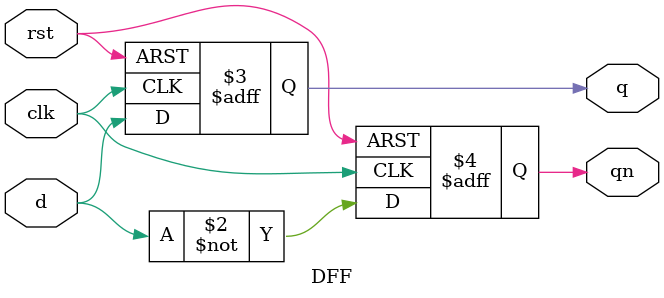
<source format=sv>
module DFF(
input logic clk, input logic rst,d,
output logic q,qn
    );
    always_ff@(posedge clk, posedge rst)
    if(rst)
    begin
    q<=0;
    qn<=1;
    end
    else begin 
    q<=d; qn<=~d;
    end
endmodule

</source>
